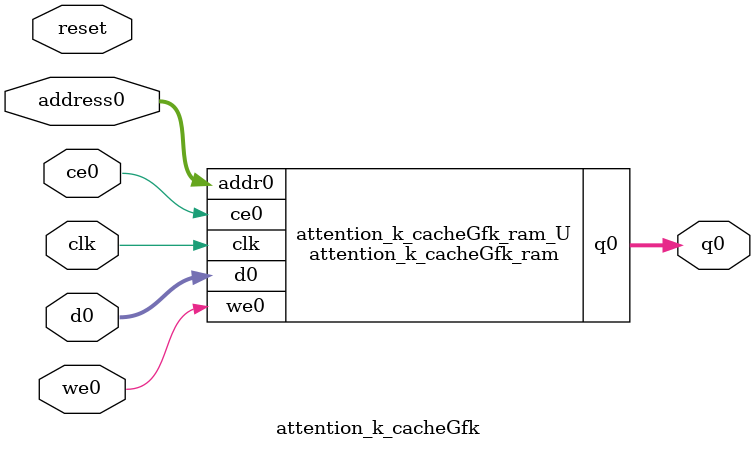
<source format=v>
`timescale 1 ns / 1 ps
module attention_k_cacheGfk_ram (addr0, ce0, d0, we0, q0,  clk);

parameter DWIDTH = 40;
parameter AWIDTH = 8;
parameter MEM_SIZE = 144;

input[AWIDTH-1:0] addr0;
input ce0;
input[DWIDTH-1:0] d0;
input we0;
output reg[DWIDTH-1:0] q0;
input clk;

(* ram_style = "block" *)reg [DWIDTH-1:0] ram[0:MEM_SIZE-1];




always @(posedge clk)  
begin 
    if (ce0) begin
        if (we0) 
            ram[addr0] <= d0; 
        q0 <= ram[addr0];
    end
end


endmodule

`timescale 1 ns / 1 ps
module attention_k_cacheGfk(
    reset,
    clk,
    address0,
    ce0,
    we0,
    d0,
    q0);

parameter DataWidth = 32'd40;
parameter AddressRange = 32'd144;
parameter AddressWidth = 32'd8;
input reset;
input clk;
input[AddressWidth - 1:0] address0;
input ce0;
input we0;
input[DataWidth - 1:0] d0;
output[DataWidth - 1:0] q0;



attention_k_cacheGfk_ram attention_k_cacheGfk_ram_U(
    .clk( clk ),
    .addr0( address0 ),
    .ce0( ce0 ),
    .we0( we0 ),
    .d0( d0 ),
    .q0( q0 ));

endmodule


</source>
